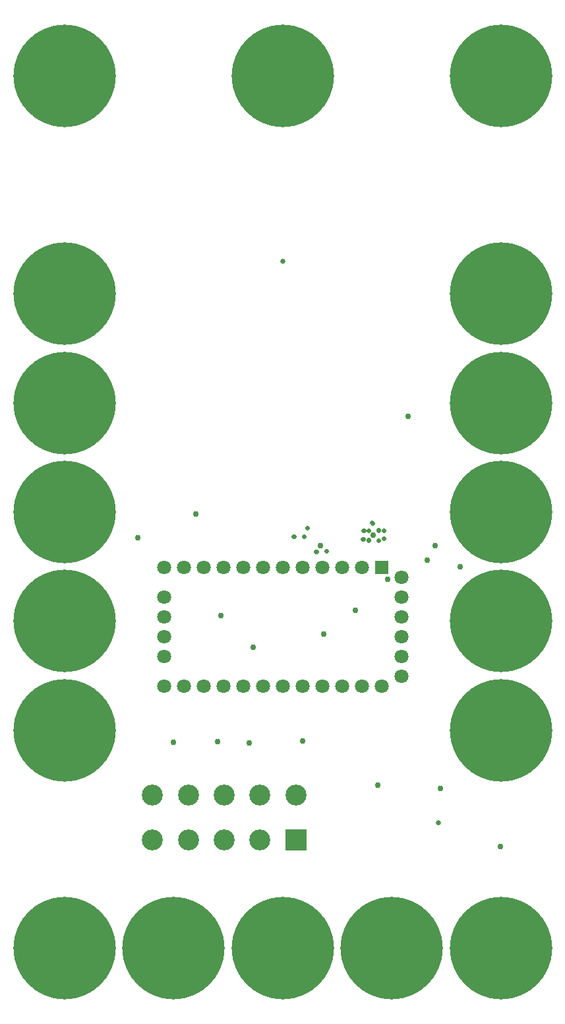
<source format=gbr>
%FSTAX24Y24*%
%MOIN*%
%IN MASK2.GBR *%
%ADD10C,0.0240*%
%ADD11C,0.0257*%
%ADD12C,0.0300*%
%ADD13C,0.0710*%
%ADD14C,0.1060*%
%ADD15C,0.5178*%
%ADD16R,0.0710X0.0710*%
%ADD17R,0.1060X0.1060*%
D15*X00315Y01373D03*X025197Y030265D03*X00315Y002706D03*Y019241D03*
Y030265D03*X014173Y002706D03*X025197Y019241D03*Y002706D03*X008661D03*
X019685D03*X00315Y024753D03*Y035777D03*Y0468D03*X025197D03*Y035777D03*
Y024753D03*Y01373D03*X014173Y0468D03*D11*Y037402D03*X022047Y009065D03*
D16*X019173Y021945D03*D13*X010173D03*X009173D03*X008173D03*Y020445D03*
Y019445D03*Y018445D03*Y017445D03*Y015945D03*X009173D03*X010173D03*
X018173Y021945D03*X011173Y015945D03*X012173D03*X013173D03*X014173D03*
X015173D03*X016173D03*X017173D03*X018173D03*X019173D03*
X020173Y016445D03*X017173Y021945D03*X020173Y017445D03*Y018445D03*
Y019445D03*Y020445D03*Y021445D03*X016173Y021945D03*X015173D03*
X014173D03*X013173D03*X012173D03*X011173D03*D17*X014838Y008193D03*D14*
X007594Y010437D03*X013027Y008193D03*X011216D03*X009405D03*X007594D03*
X014838Y010437D03*X013027D03*X011216D03*X009405D03*D12*
X021893Y023058D03*X017836Y019784D03*X016236Y018584D03*
X009796Y024664D03*X016086Y023057D03*X006846Y023457D03*
X018973Y010945D03*X022133Y010785D03*X025173Y007865D03*
X023156Y021984D03*X019476Y021344D03*X020516Y029584D03*
X021476Y022304D03*X018756Y023587D03*X012485Y013077D03*
X015183Y013195D03*X010885Y013157D03*X008663Y013115D03*
X012693Y017905D03*X011053Y019505D03*D10*X01473Y02352D02*G01X01476D01*
X01525D02*X01526D01*X01541Y02396D02*X01543Y02395D01*X01586Y02276D02*
X01587D01*X01637Y02279D02*X01639Y02278D01*X01869Y02421D02*
X01872Y0242D01*X01825Y02383D02*X01827Y02382D01*X01821Y02339D02*
X01825Y02338D01*X0185Y02334D02*X01851Y02333D01*X0185Y02383D02*
X01851D01*X01902Y02384D02*Y02383D01*X01901Y02332D02*X01903D01*
X01928Y02343D02*X01929Y02341D01*X01927Y02381D02*X01929D01*
M02*
</source>
